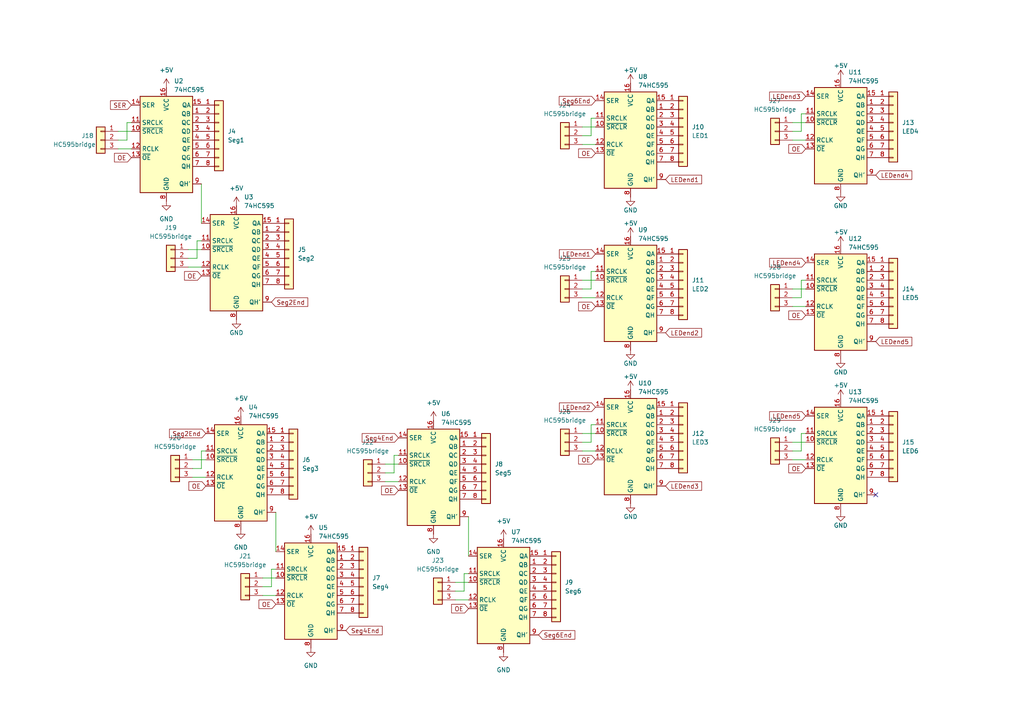
<source format=kicad_sch>
(kicad_sch (version 20230121) (generator eeschema)
  (paper "A4")
  (title_block (title "EP5 dashboard bottom board") (date "2023-11-01") (rev "1") (company "NTURacing") (comment 1 "郭哲明"))
  (lib_symbols
    (symbol "74xx:74HC595"
      (property "Reference" "U" (at -7.62 13.97 0))
      (property "Value" "74HC595" (at -7.62 -16.51 0))
      (symbol "74HC595_1_0"
        (pin tri_state line (at 10.16 7.62 180) (length 2.54) (name "QB") (number "1"))
        (pin input line (at -10.16 2.54 0) (length 2.54) (name "~{SRCLR}") (number "10"))
        (pin input line (at -10.16 5.08 0) (length 2.54) (name "SRCLK") (number "11"))
        (pin input line (at -10.16 -2.54 0) (length 2.54) (name "RCLK") (number "12"))
        (pin input line (at -10.16 -5.08 0) (length 2.54) (name "~{OE}") (number "13"))
        (pin input line (at -10.16 10.16 0) (length 2.54) (name "SER") (number "14"))
        (pin tri_state line (at 10.16 10.16 180) (length 2.54) (name "QA") (number "15"))
        (pin power_in line (at 0 15.24 270) (length 2.54) (name "VCC") (number "16"))
        (pin tri_state line (at 10.16 5.08 180) (length 2.54) (name "QC") (number "2"))
        (pin tri_state line (at 10.16 2.54 180) (length 2.54) (name "QD") (number "3"))
        (pin tri_state line (at 10.16 0 180) (length 2.54) (name "QE") (number "4"))
        (pin tri_state line (at 10.16 -2.54 180) (length 2.54) (name "QF") (number "5"))
        (pin tri_state line (at 10.16 -5.08 180) (length 2.54) (name "QG") (number "6"))
        (pin tri_state line (at 10.16 -7.62 180) (length 2.54) (name "QH") (number "7"))
        (pin power_in line (at 0 -17.78 90) (length 2.54) (name "GND") (number "8"))
        (pin output line (at 10.16 -12.7 180) (length 2.54) (name "QH'") (number "9"))
      )
      (symbol "74HC595_1_1"
        (rectangle (start -7.62 12.7) (end 7.62 -15.24) (stroke (width 0.254)) (fill (type background)))
      )
    )
    (symbol "Connector_Generic:Conn_01x03" (pin_names (offset 1.016) hide)
      (property "Reference" "J" (at 0 5.08 0))
      (property "Value" "Conn_01x03" (at 0 -5.08 0))
      (symbol "Conn_01x03_1_1"
        (rectangle (start -1.27 -2.413) (end 0 -2.667) (stroke (width 0.1524)))
        (rectangle (start -1.27 0.127) (end 0 -0.127) (stroke (width 0.1524)))
        (rectangle (start -1.27 2.667) (end 0 2.413) (stroke (width 0.1524)))
        (rectangle (start -1.27 3.81) (end 1.27 -3.81) (stroke (width 0.254)) (fill (type background)))
        (pin passive line (at -5.08 2.54 0) (length 3.81) (name "Pin_1") (number "1"))
        (pin passive line (at -5.08 0 0) (length 3.81) (name "Pin_2") (number "2"))
        (pin passive line (at -5.08 -2.54 0) (length 3.81) (name "Pin_3") (number "3"))
      )
    )
    (symbol "Connector_Generic:Conn_01x08" (pin_names (offset 1.016) hide)
      (property "Reference" "J" (at 0 10.16 0))
      (property "Value" "Conn_01x08" (at 0 -12.7 0))
      (symbol "Conn_01x08_1_1"
        (rectangle (start -1.27 -10.033) (end 0 -10.287) (stroke (width 0.1524)))
        (rectangle (start -1.27 -7.493) (end 0 -7.747) (stroke (width 0.1524)))
        (rectangle (start -1.27 -4.953) (end 0 -5.207) (stroke (width 0.1524)))
        (rectangle (start -1.27 -2.413) (end 0 -2.667) (stroke (width 0.1524)))
        (rectangle (start -1.27 0.127) (end 0 -0.127) (stroke (width 0.1524)))
        (rectangle (start -1.27 2.667) (end 0 2.413) (stroke (width 0.1524)))
        (rectangle (start -1.27 5.207) (end 0 4.953) (stroke (width 0.1524)))
        (rectangle (start -1.27 7.747) (end 0 7.493) (stroke (width 0.1524)))
        (rectangle (start -1.27 8.89) (end 1.27 -11.43) (stroke (width 0.254)) (fill (type background)))
        (pin passive line (at -5.08 7.62 0) (length 3.81) (name "Pin_1") (number "1"))
        (pin passive line (at -5.08 5.08 0) (length 3.81) (name "Pin_2") (number "2"))
        (pin passive line (at -5.08 2.54 0) (length 3.81) (name "Pin_3") (number "3"))
        (pin passive line (at -5.08 0 0) (length 3.81) (name "Pin_4") (number "4"))
        (pin passive line (at -5.08 -2.54 0) (length 3.81) (name "Pin_5") (number "5"))
        (pin passive line (at -5.08 -5.08 0) (length 3.81) (name "Pin_6") (number "6"))
        (pin passive line (at -5.08 -7.62 0) (length 3.81) (name "Pin_7") (number "7"))
        (pin passive line (at -5.08 -10.16 0) (length 3.81) (name "Pin_8") (number "8"))
      )
    )
    (symbol "power:+5V" (power) (pin_names (offset 0))
      (property "Value" "+5V" (at 0 3.556 0))
      (symbol "+5V_0_1"
        (polyline (pts (xy -0.762 1.27) (xy 0 2.54)))
        (polyline (pts (xy 0 0) (xy 0 2.54)))
        (polyline (pts (xy 0 2.54) (xy 0.762 1.27)))
      )
      (symbol "+5V_1_1"
        (pin power_in line (at 0 0 90) (length 0) hide (name "+5V") (number "1"))
      )
    )
    (symbol "power:GND" (power) (pin_names (offset 0))
      (property "Value" "GND" (at 0 -3.81 0))
      (symbol "GND_0_1"
        (polyline (pts (xy 0 0) (xy 0 -1.27) (xy 1.27 -1.27) (xy 0 -2.54) (xy -1.27 -1.27) (xy 0 -1.27)))
      )
      (symbol "GND_1_1"
        (pin power_in line (at 0 0 270) (length 0) hide (name "GND") (number "1"))
      )
    )
  )
  (no_connect (at 254 143.51))
  (wire (pts (xy 229.87 128.27) (xy 233.68 128.27)))
  (wire (pts (xy 59.69 130.81) (xy 58.42 130.81)))
  (wire (pts (xy 58.42 130.81) (xy 58.42 135.89)))
  (wire (pts (xy 172.72 78.74) (xy 171.45 78.74)))
  (wire (pts (xy 168.91 125.73) (xy 172.72 125.73)))
  (wire (pts (xy 232.41 33.02) (xy 232.41 38.1)))
  (wire (pts (xy 54.61 77.47) (xy 58.42 77.47)))
  (wire (pts (xy 54.61 72.39) (xy 58.42 72.39)))
  (wire (pts (xy 171.45 34.29) (xy 171.45 39.37)))
  (wire (pts (xy 172.72 123.19) (xy 171.45 123.19)))
  (wire (pts (xy 34.29 38.1) (xy 38.1 38.1)))
  (wire (pts (xy 58.42 135.89) (xy 55.88 135.89)))
  (wire (pts (xy 36.83 40.64) (xy 34.29 40.64)))
  (wire (pts (xy 229.87 83.82) (xy 233.68 83.82)))
  (wire (pts (xy 233.68 81.28) (xy 232.41 81.28)))
  (wire (pts (xy 134.62 171.45) (xy 132.08 171.45)))
  (wire (pts (xy 232.41 86.36) (xy 229.87 86.36)))
  (wire (pts (xy 171.45 128.27) (xy 168.91 128.27)))
  (wire (pts (xy 115.57 132.08) (xy 114.3 132.08)))
  (wire (pts (xy 58.42 69.85) (xy 57.15 69.85)))
  (wire (pts (xy 132.08 173.99) (xy 135.89 173.99)))
  (wire (pts (xy 76.2 172.72) (xy 80.01 172.72)))
  (wire (pts (xy 171.45 39.37) (xy 168.91 39.37)))
  (wire (pts (xy 232.41 81.28) (xy 232.41 86.36)))
  (wire (pts (xy 232.41 125.73) (xy 232.41 130.81)))
  (wire (pts (xy 233.68 125.73) (xy 232.41 125.73)))
  (wire (pts (xy 168.91 86.36) (xy 172.72 86.36)))
  (wire (pts (xy 57.15 74.93) (xy 54.61 74.93)))
  (wire (pts (xy 168.91 81.28) (xy 172.72 81.28)))
  (wire (pts (xy 171.45 83.82) (xy 168.91 83.82)))
  (wire (pts (xy 229.87 35.56) (xy 233.68 35.56)))
  (wire (pts (xy 80.01 165.1) (xy 78.74 165.1)))
  (wire (pts (xy 171.45 78.74) (xy 171.45 83.82)))
  (wire (pts (xy 172.72 34.29) (xy 171.45 34.29)))
  (wire (pts (xy 36.83 35.56) (xy 36.83 40.64)))
  (wire (pts (xy 134.62 166.37) (xy 134.62 171.45)))
  (wire (pts (xy 132.08 168.91) (xy 135.89 168.91)))
  (wire (pts (xy 168.91 41.91) (xy 172.72 41.91)))
  (wire (pts (xy 171.45 123.19) (xy 171.45 128.27)))
  (wire (pts (xy 229.87 40.64) (xy 233.68 40.64)))
  (wire (pts (xy 38.1 35.56) (xy 36.83 35.56)))
  (wire (pts (xy 233.68 33.02) (xy 232.41 33.02)))
  (wire (pts (xy 34.29 43.18) (xy 38.1 43.18)))
  (wire (pts (xy 168.91 130.81) (xy 172.72 130.81)))
  (wire (pts (xy 58.42 53.34) (xy 58.42 64.77)))
  (wire (pts (xy 111.76 139.7) (xy 115.57 139.7)))
  (wire (pts (xy 114.3 132.08) (xy 114.3 137.16)))
  (wire (pts (xy 229.87 88.9) (xy 233.68 88.9)))
  (wire (pts (xy 135.89 149.86) (xy 135.89 161.29)))
  (wire (pts (xy 229.87 133.35) (xy 233.68 133.35)))
  (wire (pts (xy 135.89 166.37) (xy 134.62 166.37)))
  (wire (pts (xy 78.74 170.18) (xy 76.2 170.18)))
  (wire (pts (xy 78.74 165.1) (xy 78.74 170.18)))
  (wire (pts (xy 80.01 148.59) (xy 80.01 160.02)))
  (wire (pts (xy 55.88 138.43) (xy 59.69 138.43)))
  (wire (pts (xy 168.91 36.83) (xy 172.72 36.83)))
  (wire (pts (xy 55.88 133.35) (xy 59.69 133.35)))
  (wire (pts (xy 114.3 137.16) (xy 111.76 137.16)))
  (wire (pts (xy 76.2 167.64) (xy 80.01 167.64)))
  (wire (pts (xy 232.41 38.1) (xy 229.87 38.1)))
  (wire (pts (xy 111.76 134.62) (xy 115.57 134.62)))
  (wire (pts (xy 57.15 69.85) (xy 57.15 74.93)))
  (wire (pts (xy 232.41 130.81) (xy 229.87 130.81)))
  (global_label "Seg4End" (shape input) (at 115.57 127 180) (property "Intersheetrefs" "${INTERSHEET_REFS}" (effects hide)))
  (global_label "Seg4End" (shape input) (at 100.33 182.88 0) (property "Intersheetrefs" "${INTERSHEET_REFS}" (effects hide)))
  (global_label "LEDend5" (shape input) (at 254 99.06 0) (property "Intersheetrefs" "${INTERSHEET_REFS}" (effects hide)))
  (global_label "Seg6End" (shape input) (at 156.21 184.15 0) (property "Intersheetrefs" "${INTERSHEET_REFS}" (effects hide)))
  (global_label "OE" (shape input) (at 233.68 43.18 180) (property "Intersheetrefs" "${INTERSHEET_REFS}" (effects hide)))
  (global_label "OE" (shape input) (at 233.68 91.44 180) (property "Intersheetrefs" "${INTERSHEET_REFS}" (effects hide)))
  (global_label "LEDend4" (shape input) (at 233.68 76.2 180) (property "Intersheetrefs" "${INTERSHEET_REFS}" (effects hide)))
  (global_label "OE" (shape input) (at 115.57 142.24 180) (property "Intersheetrefs" "${INTERSHEET_REFS}" (effects hide)))
  (global_label "OE" (shape input) (at 135.89 176.53 180) (property "Intersheetrefs" "${INTERSHEET_REFS}" (effects hide)))
  (global_label "OE" (shape input) (at 38.1 45.72 180) (property "Intersheetrefs" "${INTERSHEET_REFS}" (effects hide)))
  (global_label "OE" (shape input) (at 172.72 88.9 180) (property "Intersheetrefs" "${INTERSHEET_REFS}" (effects hide)))
  (global_label "OE" (shape input) (at 172.72 133.35 180) (property "Intersheetrefs" "${INTERSHEET_REFS}" (effects hide)))
  (global_label "LEDend5" (shape input) (at 233.68 120.65 180) (property "Intersheetrefs" "${INTERSHEET_REFS}" (effects hide)))
  (global_label "LEDend4" (shape input) (at 254 50.8 0) (property "Intersheetrefs" "${INTERSHEET_REFS}" (effects hide)))
  (global_label "LEDend2" (shape input) (at 172.72 118.11 180) (property "Intersheetrefs" "${INTERSHEET_REFS}" (effects hide)))
  (global_label "LEDend1" (shape input) (at 193.04 52.07 0) (property "Intersheetrefs" "${INTERSHEET_REFS}" (effects hide)))
  (global_label "LEDend3" (shape input) (at 193.04 140.97 0) (property "Intersheetrefs" "${INTERSHEET_REFS}" (effects hide)))
  (global_label "OE" (shape input) (at 172.72 44.45 180) (property "Intersheetrefs" "${INTERSHEET_REFS}" (effects hide)))
  (global_label "OE" (shape input) (at 59.69 140.97 180) (property "Intersheetrefs" "${INTERSHEET_REFS}" (effects hide)))
  (global_label "LEDend2" (shape input) (at 193.04 96.52 0) (property "Intersheetrefs" "${INTERSHEET_REFS}" (effects hide)))
  (global_label "Seg2End" (shape input) (at 59.69 125.73 180) (property "Intersheetrefs" "${INTERSHEET_REFS}" (effects hide)))
  (global_label "OE" (shape input) (at 80.01 175.26 180) (property "Intersheetrefs" "${INTERSHEET_REFS}" (effects hide)))
  (global_label "LEDend3" (shape input) (at 233.68 27.94 180) (property "Intersheetrefs" "${INTERSHEET_REFS}" (effects hide)))
  (global_label "LEDend1" (shape input) (at 172.72 73.66 180) (property "Intersheetrefs" "${INTERSHEET_REFS}" (effects hide)))
  (global_label "OE" (shape input) (at 58.42 80.01 180) (property "Intersheetrefs" "${INTERSHEET_REFS}" (effects hide)))
  (global_label "OE" (shape input) (at 233.68 135.89 180) (property "Intersheetrefs" "${INTERSHEET_REFS}" (effects hide)))
  (global_label "SER" (shape input) (at 38.1 30.48 180) (property "Intersheetrefs" "${INTERSHEET_REFS}" (effects hide)))
  (global_label "Seg6End" (shape input) (at 172.72 29.21 180) (property "Intersheetrefs" "${INTERSHEET_REFS}" (effects hide)))
  (global_label "Seg2End" (shape input) (at 78.74 87.63 0) (property "Intersheetrefs" "${INTERSHEET_REFS}" (effects hide)))
  (symbol (lib_id "power:+5V") (at 182.88 68.58 0) (unit 1)
    (property "Reference" "#PWR027" (effects hide))
    (property "Value" "+5V" (at 182.88 64.77 0))
  )
  (symbol (lib_id "Connector_Generic:Conn_01x03") (at 50.8 135.89 0) (mirror y) (unit 1)
    (property "Reference" "J20" (at 50.8 127 0))
    (property "Value" "HC595bridge" (at 50.8 129.54 0))
    (property "Footprint" "Connector_PinSocket_1.27mm:PinSocket_1x03_P1.27mm_Vertical" (effects hide))
  )
  (symbol (lib_id "74xx:74HC595") (at 146.05 171.45 0) (unit 1)
    (property "Reference" "U7" (at 148.2441 154.305 0) (effects (justify left)))
    (property "Value" "74HC595" (at 148.2441 156.845 0) (effects (justify left)))
    (property "Footprint" "Package_SO:SOIC-16_3.9x9.9mm_P1.27mm" (effects hide))
    (property "Datasheet" "http://www.ti.com/lit/ds/symlink/sn74hc595.pdf" (effects hide))
  )
  (symbol (lib_id "Connector_Generic:Conn_01x08") (at 259.08 35.56 0) (unit 1)
    (property "Reference" "J13" (at 261.62 35.56 0) (effects (justify left)))
    (property "Value" "LED4" (at 261.62 38.1 0) (effects (justify left)))
    (property "Footprint" "Connector_PinSocket_1.27mm:PinSocket_1x08_P1.27mm_Vertical" (effects hide))
  )
  (symbol (lib_id "power:+5V") (at 182.88 113.03 0) (unit 1)
    (property "Reference" "#PWR029" (effects hide))
    (property "Value" "+5V" (at 182.88 109.22 0))
  )
  (symbol (lib_id "Connector_Generic:Conn_01x03") (at 224.79 38.1 0) (mirror y) (unit 1)
    (property "Reference" "J27" (at 224.79 29.21 0))
    (property "Value" "HC595bridge" (at 224.79 31.75 0))
    (property "Footprint" "Connector_PinSocket_1.27mm:PinSocket_1x03_P1.27mm_Vertical" (effects hide))
  )
  (symbol (lib_id "74xx:74HC595") (at 90.17 170.18 0) (unit 1)
    (property "Reference" "U5" (at 92.3641 153.035 0) (effects (justify left)))
    (property "Value" "74HC595" (at 92.3641 155.575 0) (effects (justify left)))
    (property "Footprint" "Package_SO:SOIC-16_3.9x9.9mm_P1.27mm" (effects hide))
    (property "Datasheet" "http://www.ti.com/lit/ds/symlink/sn74hc595.pdf" (effects hide))
  )
  (symbol (lib_id "Connector_Generic:Conn_01x08") (at 198.12 36.83 0) (unit 1)
    (property "Reference" "J10" (at 200.66 36.83 0) (effects (justify left)))
    (property "Value" "LED1" (at 200.66 39.37 0) (effects (justify left)))
    (property "Footprint" "Connector_PinSocket_1.27mm:PinSocket_1x08_P1.27mm_Vertical" (effects hide))
  )
  (symbol (lib_id "power:+5V") (at 90.17 154.94 0) (unit 1)
    (property "Reference" "#PWR015" (effects hide))
    (property "Value" "+5V" (at 90.17 149.86 0))
  )
  (symbol (lib_id "Connector_Generic:Conn_01x08") (at 63.5 38.1 0) (unit 1)
    (property "Reference" "J4" (at 66.04 38.1 0) (effects (justify left)))
    (property "Value" "Seg1" (at 66.04 40.64 0) (effects (justify left)))
    (property "Footprint" "Connector_PinSocket_1.27mm:PinSocket_1x08_P1.27mm_Vertical" (effects hide))
  )
  (symbol (lib_id "Connector_Generic:Conn_01x08") (at 259.08 128.27 0) (unit 1)
    (property "Reference" "J15" (at 261.62 128.27 0) (effects (justify left)))
    (property "Value" "LED6" (at 261.62 130.81 0) (effects (justify left)))
    (property "Footprint" "Connector_PinSocket_1.27mm:PinSocket_1x08_P1.27mm_Vertical" (effects hide))
  )
  (symbol (lib_id "power:GND") (at 48.26 58.42 0) (unit 1)
    (property "Reference" "#PWR08" (effects hide))
    (property "Value" "GND" (at 48.26 63.5 0))
  )
  (symbol (lib_id "power:GND") (at 243.84 55.88 0) (unit 1)
    (property "Reference" "#PWR047" (effects hide))
    (property "Value" "GND" (at 243.84 59.69 0))
  )
  (symbol (lib_id "power:+5V") (at 68.58 59.69 0) (unit 1)
    (property "Reference" "#PWR09" (effects hide))
    (property "Value" "+5V" (at 68.58 54.61 0))
  )
  (symbol (lib_id "power:GND") (at 68.58 92.71 0) (unit 1)
    (property "Reference" "#PWR010" (effects hide))
    (property "Value" "GND" (at 68.58 96.52 0))
  )
  (symbol (lib_id "74xx:74HC595") (at 182.88 39.37 0) (unit 1)
    (property "Reference" "U8" (at 185.0741 22.225 0) (effects (justify left)))
    (property "Value" "74HC595" (at 185.0741 24.765 0) (effects (justify left)))
    (property "Footprint" "Package_SO:SOIC-16_3.9x9.9mm_P1.27mm" (effects hide))
    (property "Datasheet" "http://www.ti.com/lit/ds/symlink/sn74hc595.pdf" (effects hide))
  )
  (symbol (lib_id "power:+5V") (at 146.05 156.21 0) (unit 1)
    (property "Reference" "#PWR021" (effects hide))
    (property "Value" "+5V" (at 146.05 151.13 0))
  )
  (symbol (lib_id "power:GND") (at 182.88 57.15 0) (unit 1)
    (property "Reference" "#PWR026" (effects hide))
    (property "Value" "GND" (at 182.88 60.96 0))
  )
  (symbol (lib_id "power:GND") (at 125.73 154.94 0) (unit 1)
    (property "Reference" "#PWR020" (effects hide))
    (property "Value" "GND" (at 125.73 160.02 0))
  )
  (symbol (lib_id "Connector_Generic:Conn_01x08") (at 198.12 125.73 0) (unit 1)
    (property "Reference" "J12" (at 200.66 125.73 0) (effects (justify left)))
    (property "Value" "LED3" (at 200.66 128.27 0) (effects (justify left)))
    (property "Footprint" "Connector_PinSocket_1.27mm:PinSocket_1x08_P1.27mm_Vertical" (effects hide))
  )
  (symbol (lib_id "Connector_Generic:Conn_01x08") (at 198.12 81.28 0) (unit 1)
    (property "Reference" "J11" (at 200.66 81.28 0) (effects (justify left)))
    (property "Value" "LED2" (at 200.66 83.82 0) (effects (justify left)))
    (property "Footprint" "Connector_PinSocket_1.27mm:PinSocket_1x08_P1.27mm_Vertical" (effects hide))
  )
  (symbol (lib_id "Connector_Generic:Conn_01x03") (at 163.83 39.37 0) (mirror y) (unit 1)
    (property "Reference" "J24" (at 163.83 30.48 0))
    (property "Value" "HC595bridge" (at 163.83 33.02 0))
    (property "Footprint" "Connector_PinSocket_1.27mm:PinSocket_1x03_P1.27mm_Vertical" (effects hide))
  )
  (symbol (lib_id "Connector_Generic:Conn_01x03") (at 127 171.45 0) (mirror y) (unit 1)
    (property "Reference" "J23" (at 127 162.56 0))
    (property "Value" "HC595bridge" (at 127 165.1 0))
    (property "Footprint" "Connector_PinSocket_1.27mm:PinSocket_1x03_P1.27mm_Vertical" (effects hide))
  )
  (symbol (lib_id "power:+5V") (at 243.84 22.86 0) (unit 1)
    (property "Reference" "#PWR046" (effects hide))
    (property "Value" "+5V" (at 243.84 19.05 0))
  )
  (symbol (lib_id "Connector_Generic:Conn_01x08") (at 83.82 72.39 0) (unit 1)
    (property "Reference" "J5" (at 86.36 72.39 0) (effects (justify left)))
    (property "Value" "Seg2" (at 86.36 74.93 0) (effects (justify left)))
    (property "Footprint" "Connector_PinSocket_1.27mm:PinSocket_1x08_P1.27mm_Vertical" (effects hide))
  )
  (symbol (lib_id "power:+5V") (at 48.26 25.4 0) (unit 1)
    (property "Reference" "#PWR01" (effects hide))
    (property "Value" "+5V" (at 48.26 20.32 0))
  )
  (symbol (lib_id "Connector_Generic:Conn_01x03") (at 163.83 83.82 0) (mirror y) (unit 1)
    (property "Reference" "J25" (at 163.83 74.93 0))
    (property "Value" "HC595bridge" (at 163.83 77.47 0))
    (property "Footprint" "Connector_PinSocket_1.27mm:PinSocket_1x03_P1.27mm_Vertical" (effects hide))
  )
  (symbol (lib_id "74xx:74HC595") (at 182.88 83.82 0) (unit 1)
    (property "Reference" "U9" (at 185.0741 66.675 0) (effects (justify left)))
    (property "Value" "74HC595" (at 185.0741 69.215 0) (effects (justify left)))
    (property "Footprint" "Package_SO:SOIC-16_3.9x9.9mm_P1.27mm" (effects hide))
    (property "Datasheet" "http://www.ti.com/lit/ds/symlink/sn74hc595.pdf" (effects hide))
  )
  (symbol (lib_id "Connector_Generic:Conn_01x03") (at 49.53 74.93 0) (mirror y) (unit 1)
    (property "Reference" "J19" (at 49.53 66.04 0))
    (property "Value" "HC595bridge" (at 49.53 68.58 0))
    (property "Footprint" "Connector_PinSocket_1.27mm:PinSocket_1x03_P1.27mm_Vertical" (effects hide))
  )
  (symbol (lib_id "74xx:74HC595") (at 48.26 40.64 0) (unit 1)
    (property "Reference" "U2" (at 50.4541 23.495 0) (effects (justify left)))
    (property "Value" "74HC595" (at 50.4541 26.035 0) (effects (justify left)))
    (property "Footprint" "Package_SO:SOIC-16_3.9x9.9mm_P1.27mm" (effects hide))
    (property "Datasheet" "http://www.ti.com/lit/ds/symlink/sn74hc595.pdf" (effects hide))
  )
  (symbol (lib_id "74xx:74HC595") (at 68.58 74.93 0) (unit 1)
    (property "Reference" "U3" (at 70.7741 57.15 0) (effects (justify left)))
    (property "Value" "74HC595" (at 70.7741 59.69 0) (effects (justify left)))
    (property "Footprint" "Package_SO:SOIC-16_3.9x9.9mm_P1.27mm" (effects hide))
    (property "Datasheet" "http://www.ti.com/lit/ds/symlink/sn74hc595.pdf" (effects hide))
  )
  (symbol (lib_id "74xx:74HC595") (at 243.84 130.81 0) (unit 1)
    (property "Reference" "U13" (at 246.0341 113.665 0) (effects (justify left)))
    (property "Value" "74HC595" (at 246.0341 116.205 0) (effects (justify left)))
    (property "Footprint" "Package_SO:SOIC-16_3.9x9.9mm_P1.27mm" (effects hide))
    (property "Datasheet" "http://www.ti.com/lit/ds/symlink/sn74hc595.pdf" (effects hide))
  )
  (symbol (lib_id "power:GND") (at 69.85 153.67 0) (unit 1)
    (property "Reference" "#PWR014" (effects hide))
    (property "Value" "GND" (at 69.85 158.75 0))
  )
  (symbol (lib_id "Connector_Generic:Conn_01x08") (at 259.08 83.82 0) (unit 1)
    (property "Reference" "J14" (at 261.62 83.82 0) (effects (justify left)))
    (property "Value" "LED5" (at 261.62 86.36 0) (effects (justify left)))
    (property "Footprint" "Connector_PinSocket_1.27mm:PinSocket_1x08_P1.27mm_Vertical" (effects hide))
  )
  (symbol (lib_id "power:GND") (at 146.05 189.23 0) (unit 1)
    (property "Reference" "#PWR022" (effects hide))
    (property "Value" "GND" (at 146.05 194.31 0))
  )
  (symbol (lib_id "power:+5V") (at 125.73 121.92 0) (unit 1)
    (property "Reference" "#PWR019" (effects hide))
    (property "Value" "+5V" (at 125.73 116.84 0))
  )
  (symbol (lib_id "74xx:74HC595") (at 243.84 86.36 0) (unit 1)
    (property "Reference" "U12" (at 246.0341 69.215 0) (effects (justify left)))
    (property "Value" "74HC595" (at 246.0341 71.755 0) (effects (justify left)))
    (property "Footprint" "Package_SO:SOIC-16_3.9x9.9mm_P1.27mm" (effects hide))
    (property "Datasheet" "http://www.ti.com/lit/ds/symlink/sn74hc595.pdf" (effects hide))
  )
  (symbol (lib_id "Connector_Generic:Conn_01x03") (at 106.68 137.16 0) (mirror y) (unit 1)
    (property "Reference" "J22" (at 106.68 128.27 0))
    (property "Value" "HC595bridge" (at 106.68 130.81 0))
    (property "Footprint" "Connector_PinSocket_1.27mm:PinSocket_1x03_P1.27mm_Vertical" (effects hide))
  )
  (symbol (lib_id "power:+5V") (at 243.84 71.12 0) (unit 1)
    (property "Reference" "#PWR048" (effects hide))
    (property "Value" "+5V" (at 243.84 67.31 0))
  )
  (symbol (lib_id "Connector_Generic:Conn_01x03") (at 29.21 40.64 0) (mirror y) (unit 1)
    (property "Reference" "J18" (at 25.4 39.37 0))
    (property "Value" "HC595bridge" (at 21.59 41.91 0))
    (property "Footprint" "Connector_PinSocket_1.27mm:PinSocket_1x03_P1.27mm_Vertical" (effects hide))
  )
  (symbol (lib_id "power:GND") (at 182.88 101.6 0) (unit 1)
    (property "Reference" "#PWR028" (effects hide))
    (property "Value" "GND" (at 182.88 105.41 0))
  )
  (symbol (lib_id "74xx:74HC595") (at 182.88 128.27 0) (unit 1)
    (property "Reference" "U10" (at 185.0741 111.125 0) (effects (justify left)))
    (property "Value" "74HC595" (at 185.0741 113.665 0) (effects (justify left)))
    (property "Footprint" "Package_SO:SOIC-16_3.9x9.9mm_P1.27mm" (effects hide))
    (property "Datasheet" "http://www.ti.com/lit/ds/symlink/sn74hc595.pdf" (effects hide))
  )
  (symbol (lib_id "Connector_Generic:Conn_01x08") (at 85.09 133.35 0) (unit 1)
    (property "Reference" "J6" (at 87.63 133.35 0) (effects (justify left)))
    (property "Value" "Seg3" (at 87.63 135.89 0) (effects (justify left)))
    (property "Footprint" "Connector_PinSocket_1.27mm:PinSocket_1x08_P1.27mm_Vertical" (effects hide))
  )
  (symbol (lib_id "power:+5V") (at 182.88 24.13 0) (unit 1)
    (property "Reference" "#PWR025" (effects hide))
    (property "Value" "+5V" (at 182.88 20.32 0))
  )
  (symbol (lib_id "power:+5V") (at 69.85 120.65 0) (unit 1)
    (property "Reference" "#PWR013" (effects hide))
    (property "Value" "+5V" (at 69.85 115.57 0))
  )
  (symbol (lib_id "Connector_Generic:Conn_01x03") (at 224.79 130.81 0) (mirror y) (unit 1)
    (property "Reference" "J29" (at 224.79 121.92 0))
    (property "Value" "HC595bridge" (at 224.79 124.46 0))
    (property "Footprint" "Connector_PinSocket_1.27mm:PinSocket_1x03_P1.27mm_Vertical" (effects hide))
  )
  (symbol (lib_id "Connector_Generic:Conn_01x08") (at 140.97 134.62 0) (unit 1)
    (property "Reference" "J8" (at 143.51 134.62 0) (effects (justify left)))
    (property "Value" "Seg5" (at 143.51 137.16 0) (effects (justify left)))
    (property "Footprint" "Connector_PinSocket_1.27mm:PinSocket_1x08_P1.27mm_Vertical" (effects hide))
  )
  (symbol (lib_id "power:GND") (at 243.84 104.14 0) (unit 1)
    (property "Reference" "#PWR049" (effects hide))
    (property "Value" "GND" (at 243.84 107.95 0))
  )
  (symbol (lib_id "Connector_Generic:Conn_01x08") (at 105.41 167.64 0) (unit 1)
    (property "Reference" "J7" (at 107.95 167.64 0) (effects (justify left)))
    (property "Value" "Seg4" (at 107.95 170.18 0) (effects (justify left)))
    (property "Footprint" "Connector_PinSocket_1.27mm:PinSocket_1x08_P1.27mm_Vertical" (effects hide))
  )
  (symbol (lib_id "74xx:74HC595") (at 69.85 135.89 0) (unit 1)
    (property "Reference" "U4" (at 72.0441 118.11 0) (effects (justify left)))
    (property "Value" "74HC595" (at 72.0441 120.65 0) (effects (justify left)))
    (property "Footprint" "Package_SO:SOIC-16_3.9x9.9mm_P1.27mm" (effects hide))
    (property "Datasheet" "http://www.ti.com/lit/ds/symlink/sn74hc595.pdf" (effects hide))
  )
  (symbol (lib_id "74xx:74HC595") (at 125.73 137.16 0) (unit 1)
    (property "Reference" "U6" (at 127.9241 120.015 0) (effects (justify left)))
    (property "Value" "74HC595" (at 127.9241 122.555 0) (effects (justify left)))
    (property "Footprint" "Package_SO:SOIC-16_3.9x9.9mm_P1.27mm" (effects hide))
    (property "Datasheet" "http://www.ti.com/lit/ds/symlink/sn74hc595.pdf" (effects hide))
  )
  (symbol (lib_id "power:GND") (at 243.84 148.59 0) (unit 1)
    (property "Reference" "#PWR051" (effects hide))
    (property "Value" "GND" (at 243.84 152.4 0))
  )
  (symbol (lib_id "Connector_Generic:Conn_01x03") (at 224.79 86.36 0) (mirror y) (unit 1)
    (property "Reference" "J28" (at 224.79 77.47 0))
    (property "Value" "HC595bridge" (at 224.79 80.01 0))
    (property "Footprint" "Connector_PinSocket_1.27mm:PinSocket_1x03_P1.27mm_Vertical" (effects hide))
  )
  (symbol (lib_id "power:GND") (at 182.88 146.05 0) (unit 1)
    (property "Reference" "#PWR042" (effects hide))
    (property "Value" "GND" (at 182.88 149.86 0))
  )
  (symbol (lib_id "Connector_Generic:Conn_01x08") (at 161.29 168.91 0) (unit 1)
    (property "Reference" "J9" (at 163.83 168.91 0) (effects (justify left)))
    (property "Value" "Seg6" (at 163.83 171.45 0) (effects (justify left)))
    (property "Footprint" "Connector_PinSocket_1.27mm:PinSocket_1x08_P1.27mm_Vertical" (effects hide))
  )
  (symbol (lib_id "74xx:74HC595") (at 243.84 38.1 0) (unit 1)
    (property "Reference" "U11" (at 246.0341 20.955 0) (effects (justify left)))
    (property "Value" "74HC595" (at 246.0341 23.495 0) (effects (justify left)))
    (property "Footprint" "Package_SO:SOIC-16_3.9x9.9mm_P1.27mm" (effects hide))
    (property "Datasheet" "http://www.ti.com/lit/ds/symlink/sn74hc595.pdf" (effects hide))
  )
  (symbol (lib_id "power:+5V") (at 243.84 115.57 0) (unit 1)
    (property "Reference" "#PWR050" (effects hide))
    (property "Value" "+5V" (at 243.84 111.76 0))
  )
  (symbol (lib_id "power:GND") (at 90.17 187.96 0) (unit 1)
    (property "Reference" "#PWR016" (effects hide))
    (property "Value" "GND" (at 90.17 193.04 0))
  )
  (symbol (lib_id "Connector_Generic:Conn_01x03") (at 71.12 170.18 0) (mirror y) (unit 1)
    (property "Reference" "J21" (at 71.12 161.29 0))
    (property "Value" "HC595bridge" (at 71.12 163.83 0))
    (property "Footprint" "Connector_PinSocket_1.27mm:PinSocket_1x03_P1.27mm_Vertical" (effects hide))
  )
  (symbol (lib_id "Connector_Generic:Conn_01x03") (at 163.83 128.27 0) (mirror y) (unit 1)
    (property "Reference" "J26" (at 163.83 119.38 0))
    (property "Value" "HC595bridge" (at 163.83 121.92 0))
    (property "Footprint" "Connector_PinSocket_1.27mm:PinSocket_1x03_P1.27mm_Vertical" (effects hide))
  )
)
</source>
